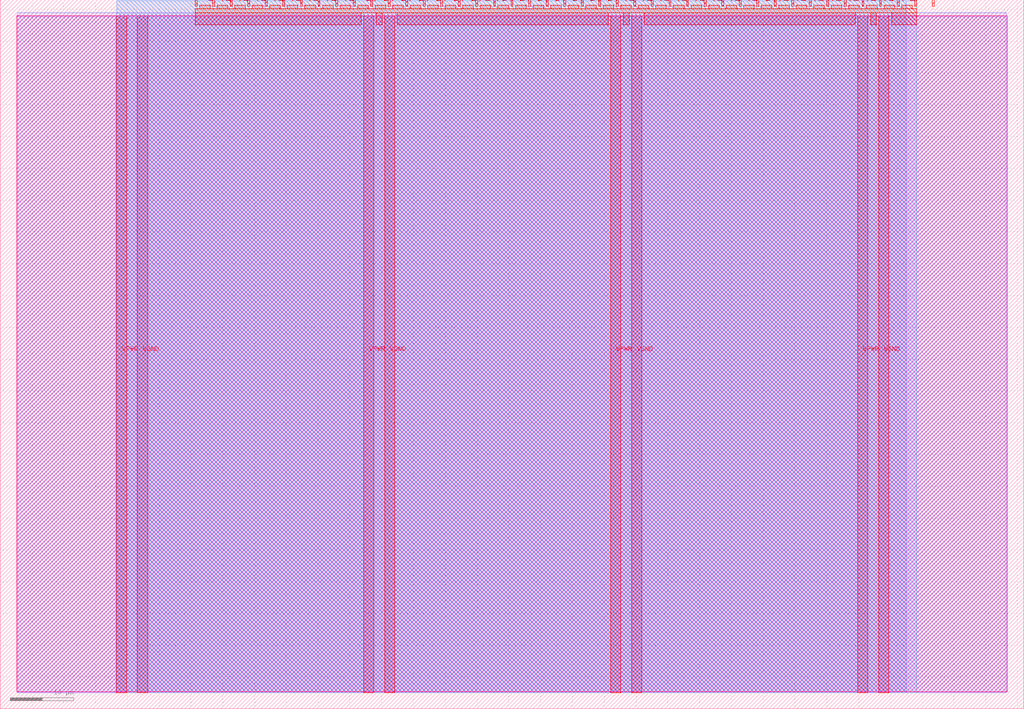
<source format=lef>
VERSION 5.7 ;
  NOWIREEXTENSIONATPIN ON ;
  DIVIDERCHAR "/" ;
  BUSBITCHARS "[]" ;
MACRO tt_um_wokwi_445256131623154689
  CLASS BLOCK ;
  FOREIGN tt_um_wokwi_445256131623154689 ;
  ORIGIN 0.000 0.000 ;
  SIZE 161.000 BY 111.520 ;
  PIN VGND
    DIRECTION INOUT ;
    USE GROUND ;
    PORT
      LAYER met4 ;
        RECT 21.580 2.480 23.180 109.040 ;
    END
    PORT
      LAYER met4 ;
        RECT 60.450 2.480 62.050 109.040 ;
    END
    PORT
      LAYER met4 ;
        RECT 99.320 2.480 100.920 109.040 ;
    END
    PORT
      LAYER met4 ;
        RECT 138.190 2.480 139.790 109.040 ;
    END
  END VGND
  PIN VPWR
    DIRECTION INOUT ;
    USE POWER ;
    PORT
      LAYER met4 ;
        RECT 18.280 2.480 19.880 109.040 ;
    END
    PORT
      LAYER met4 ;
        RECT 57.150 2.480 58.750 109.040 ;
    END
    PORT
      LAYER met4 ;
        RECT 96.020 2.480 97.620 109.040 ;
    END
    PORT
      LAYER met4 ;
        RECT 134.890 2.480 136.490 109.040 ;
    END
  END VPWR
  PIN clk
    DIRECTION INPUT ;
    USE SIGNAL ;
    ANTENNAGATEAREA 0.495000 ;
    PORT
      LAYER met4 ;
        RECT 143.830 110.520 144.130 111.520 ;
    END
  END clk
  PIN ena
    DIRECTION INPUT ;
    USE SIGNAL ;
    PORT
      LAYER met4 ;
        RECT 146.590 110.520 146.890 111.520 ;
    END
  END ena
  PIN rst_n
    DIRECTION INPUT ;
    USE SIGNAL ;
    ANTENNAGATEAREA 0.196500 ;
    PORT
      LAYER met4 ;
        RECT 141.070 110.520 141.370 111.520 ;
    END
  END rst_n
  PIN ui_in[0]
    DIRECTION INPUT ;
    USE SIGNAL ;
    ANTENNAGATEAREA 0.196500 ;
    PORT
      LAYER met4 ;
        RECT 138.310 110.520 138.610 111.520 ;
    END
  END ui_in[0]
  PIN ui_in[1]
    DIRECTION INPUT ;
    USE SIGNAL ;
    ANTENNAGATEAREA 0.196500 ;
    PORT
      LAYER met4 ;
        RECT 135.550 110.520 135.850 111.520 ;
    END
  END ui_in[1]
  PIN ui_in[2]
    DIRECTION INPUT ;
    USE SIGNAL ;
    ANTENNAGATEAREA 0.196500 ;
    PORT
      LAYER met4 ;
        RECT 132.790 110.520 133.090 111.520 ;
    END
  END ui_in[2]
  PIN ui_in[3]
    DIRECTION INPUT ;
    USE SIGNAL ;
    ANTENNAGATEAREA 0.196500 ;
    PORT
      LAYER met4 ;
        RECT 130.030 110.520 130.330 111.520 ;
    END
  END ui_in[3]
  PIN ui_in[4]
    DIRECTION INPUT ;
    USE SIGNAL ;
    ANTENNAGATEAREA 0.159000 ;
    PORT
      LAYER met4 ;
        RECT 127.270 110.520 127.570 111.520 ;
    END
  END ui_in[4]
  PIN ui_in[5]
    DIRECTION INPUT ;
    USE SIGNAL ;
    PORT
      LAYER met4 ;
        RECT 124.510 110.520 124.810 111.520 ;
    END
  END ui_in[5]
  PIN ui_in[6]
    DIRECTION INPUT ;
    USE SIGNAL ;
    ANTENNAGATEAREA 0.159000 ;
    PORT
      LAYER met4 ;
        RECT 121.750 110.520 122.050 111.520 ;
    END
  END ui_in[6]
  PIN ui_in[7]
    DIRECTION INPUT ;
    USE SIGNAL ;
    ANTENNAGATEAREA 0.159000 ;
    PORT
      LAYER met4 ;
        RECT 118.990 110.520 119.290 111.520 ;
    END
  END ui_in[7]
  PIN uio_in[0]
    DIRECTION INPUT ;
    USE SIGNAL ;
    PORT
      LAYER met4 ;
        RECT 116.230 110.520 116.530 111.520 ;
    END
  END uio_in[0]
  PIN uio_in[1]
    DIRECTION INPUT ;
    USE SIGNAL ;
    PORT
      LAYER met4 ;
        RECT 113.470 110.520 113.770 111.520 ;
    END
  END uio_in[1]
  PIN uio_in[2]
    DIRECTION INPUT ;
    USE SIGNAL ;
    PORT
      LAYER met4 ;
        RECT 110.710 110.520 111.010 111.520 ;
    END
  END uio_in[2]
  PIN uio_in[3]
    DIRECTION INPUT ;
    USE SIGNAL ;
    PORT
      LAYER met4 ;
        RECT 107.950 110.520 108.250 111.520 ;
    END
  END uio_in[3]
  PIN uio_in[4]
    DIRECTION INPUT ;
    USE SIGNAL ;
    PORT
      LAYER met4 ;
        RECT 105.190 110.520 105.490 111.520 ;
    END
  END uio_in[4]
  PIN uio_in[5]
    DIRECTION INPUT ;
    USE SIGNAL ;
    PORT
      LAYER met4 ;
        RECT 102.430 110.520 102.730 111.520 ;
    END
  END uio_in[5]
  PIN uio_in[6]
    DIRECTION INPUT ;
    USE SIGNAL ;
    PORT
      LAYER met4 ;
        RECT 99.670 110.520 99.970 111.520 ;
    END
  END uio_in[6]
  PIN uio_in[7]
    DIRECTION INPUT ;
    USE SIGNAL ;
    PORT
      LAYER met4 ;
        RECT 96.910 110.520 97.210 111.520 ;
    END
  END uio_in[7]
  PIN uio_oe[0]
    DIRECTION OUTPUT ;
    USE SIGNAL ;
    PORT
      LAYER met4 ;
        RECT 49.990 110.520 50.290 111.520 ;
    END
  END uio_oe[0]
  PIN uio_oe[1]
    DIRECTION OUTPUT ;
    USE SIGNAL ;
    PORT
      LAYER met4 ;
        RECT 47.230 110.520 47.530 111.520 ;
    END
  END uio_oe[1]
  PIN uio_oe[2]
    DIRECTION OUTPUT ;
    USE SIGNAL ;
    PORT
      LAYER met4 ;
        RECT 44.470 110.520 44.770 111.520 ;
    END
  END uio_oe[2]
  PIN uio_oe[3]
    DIRECTION OUTPUT ;
    USE SIGNAL ;
    PORT
      LAYER met4 ;
        RECT 41.710 110.520 42.010 111.520 ;
    END
  END uio_oe[3]
  PIN uio_oe[4]
    DIRECTION OUTPUT ;
    USE SIGNAL ;
    PORT
      LAYER met4 ;
        RECT 38.950 110.520 39.250 111.520 ;
    END
  END uio_oe[4]
  PIN uio_oe[5]
    DIRECTION OUTPUT ;
    USE SIGNAL ;
    PORT
      LAYER met4 ;
        RECT 36.190 110.520 36.490 111.520 ;
    END
  END uio_oe[5]
  PIN uio_oe[6]
    DIRECTION OUTPUT ;
    USE SIGNAL ;
    PORT
      LAYER met4 ;
        RECT 33.430 110.520 33.730 111.520 ;
    END
  END uio_oe[6]
  PIN uio_oe[7]
    DIRECTION OUTPUT ;
    USE SIGNAL ;
    PORT
      LAYER met4 ;
        RECT 30.670 110.520 30.970 111.520 ;
    END
  END uio_oe[7]
  PIN uio_out[0]
    DIRECTION OUTPUT ;
    USE SIGNAL ;
    PORT
      LAYER met4 ;
        RECT 72.070 110.520 72.370 111.520 ;
    END
  END uio_out[0]
  PIN uio_out[1]
    DIRECTION OUTPUT ;
    USE SIGNAL ;
    PORT
      LAYER met4 ;
        RECT 69.310 110.520 69.610 111.520 ;
    END
  END uio_out[1]
  PIN uio_out[2]
    DIRECTION OUTPUT ;
    USE SIGNAL ;
    PORT
      LAYER met4 ;
        RECT 66.550 110.520 66.850 111.520 ;
    END
  END uio_out[2]
  PIN uio_out[3]
    DIRECTION OUTPUT ;
    USE SIGNAL ;
    PORT
      LAYER met4 ;
        RECT 63.790 110.520 64.090 111.520 ;
    END
  END uio_out[3]
  PIN uio_out[4]
    DIRECTION OUTPUT ;
    USE SIGNAL ;
    PORT
      LAYER met4 ;
        RECT 61.030 110.520 61.330 111.520 ;
    END
  END uio_out[4]
  PIN uio_out[5]
    DIRECTION OUTPUT ;
    USE SIGNAL ;
    PORT
      LAYER met4 ;
        RECT 58.270 110.520 58.570 111.520 ;
    END
  END uio_out[5]
  PIN uio_out[6]
    DIRECTION OUTPUT ;
    USE SIGNAL ;
    PORT
      LAYER met4 ;
        RECT 55.510 110.520 55.810 111.520 ;
    END
  END uio_out[6]
  PIN uio_out[7]
    DIRECTION OUTPUT ;
    USE SIGNAL ;
    PORT
      LAYER met4 ;
        RECT 52.750 110.520 53.050 111.520 ;
    END
  END uio_out[7]
  PIN uo_out[0]
    DIRECTION OUTPUT ;
    USE SIGNAL ;
    ANTENNADIFFAREA 0.445500 ;
    PORT
      LAYER met4 ;
        RECT 94.150 110.520 94.450 111.520 ;
    END
  END uo_out[0]
  PIN uo_out[1]
    DIRECTION OUTPUT ;
    USE SIGNAL ;
    ANTENNADIFFAREA 0.445500 ;
    PORT
      LAYER met4 ;
        RECT 91.390 110.520 91.690 111.520 ;
    END
  END uo_out[1]
  PIN uo_out[2]
    DIRECTION OUTPUT ;
    USE SIGNAL ;
    ANTENNADIFFAREA 0.445500 ;
    PORT
      LAYER met4 ;
        RECT 88.630 110.520 88.930 111.520 ;
    END
  END uo_out[2]
  PIN uo_out[3]
    DIRECTION OUTPUT ;
    USE SIGNAL ;
    ANTENNADIFFAREA 0.445500 ;
    PORT
      LAYER met4 ;
        RECT 85.870 110.520 86.170 111.520 ;
    END
  END uo_out[3]
  PIN uo_out[4]
    DIRECTION OUTPUT ;
    USE SIGNAL ;
    ANTENNADIFFAREA 0.445500 ;
    PORT
      LAYER met4 ;
        RECT 83.110 110.520 83.410 111.520 ;
    END
  END uo_out[4]
  PIN uo_out[5]
    DIRECTION OUTPUT ;
    USE SIGNAL ;
    ANTENNADIFFAREA 0.445500 ;
    PORT
      LAYER met4 ;
        RECT 80.350 110.520 80.650 111.520 ;
    END
  END uo_out[5]
  PIN uo_out[6]
    DIRECTION OUTPUT ;
    USE SIGNAL ;
    ANTENNADIFFAREA 0.445500 ;
    PORT
      LAYER met4 ;
        RECT 77.590 110.520 77.890 111.520 ;
    END
  END uo_out[6]
  PIN uo_out[7]
    DIRECTION OUTPUT ;
    USE SIGNAL ;
    ANTENNADIFFAREA 0.445500 ;
    PORT
      LAYER met4 ;
        RECT 74.830 110.520 75.130 111.520 ;
    END
  END uo_out[7]
  OBS
      LAYER nwell ;
        RECT 2.570 2.635 158.430 108.990 ;
      LAYER li1 ;
        RECT 2.760 2.635 158.240 108.885 ;
      LAYER met1 ;
        RECT 2.760 2.480 158.240 109.440 ;
      LAYER met2 ;
        RECT 18.310 2.535 142.510 111.365 ;
      LAYER met3 ;
        RECT 18.290 2.555 144.170 111.345 ;
      LAYER met4 ;
        RECT 31.370 110.120 33.030 110.665 ;
        RECT 34.130 110.120 35.790 110.665 ;
        RECT 36.890 110.120 38.550 110.665 ;
        RECT 39.650 110.120 41.310 110.665 ;
        RECT 42.410 110.120 44.070 110.665 ;
        RECT 45.170 110.120 46.830 110.665 ;
        RECT 47.930 110.120 49.590 110.665 ;
        RECT 50.690 110.120 52.350 110.665 ;
        RECT 53.450 110.120 55.110 110.665 ;
        RECT 56.210 110.120 57.870 110.665 ;
        RECT 58.970 110.120 60.630 110.665 ;
        RECT 61.730 110.120 63.390 110.665 ;
        RECT 64.490 110.120 66.150 110.665 ;
        RECT 67.250 110.120 68.910 110.665 ;
        RECT 70.010 110.120 71.670 110.665 ;
        RECT 72.770 110.120 74.430 110.665 ;
        RECT 75.530 110.120 77.190 110.665 ;
        RECT 78.290 110.120 79.950 110.665 ;
        RECT 81.050 110.120 82.710 110.665 ;
        RECT 83.810 110.120 85.470 110.665 ;
        RECT 86.570 110.120 88.230 110.665 ;
        RECT 89.330 110.120 90.990 110.665 ;
        RECT 92.090 110.120 93.750 110.665 ;
        RECT 94.850 110.120 96.510 110.665 ;
        RECT 97.610 110.120 99.270 110.665 ;
        RECT 100.370 110.120 102.030 110.665 ;
        RECT 103.130 110.120 104.790 110.665 ;
        RECT 105.890 110.120 107.550 110.665 ;
        RECT 108.650 110.120 110.310 110.665 ;
        RECT 111.410 110.120 113.070 110.665 ;
        RECT 114.170 110.120 115.830 110.665 ;
        RECT 116.930 110.120 118.590 110.665 ;
        RECT 119.690 110.120 121.350 110.665 ;
        RECT 122.450 110.120 124.110 110.665 ;
        RECT 125.210 110.120 126.870 110.665 ;
        RECT 127.970 110.120 129.630 110.665 ;
        RECT 130.730 110.120 132.390 110.665 ;
        RECT 133.490 110.120 135.150 110.665 ;
        RECT 136.250 110.120 137.910 110.665 ;
        RECT 139.010 110.120 140.670 110.665 ;
        RECT 141.770 110.120 143.430 110.665 ;
        RECT 30.655 109.440 144.145 110.120 ;
        RECT 30.655 107.615 56.750 109.440 ;
        RECT 59.150 107.615 60.050 109.440 ;
        RECT 62.450 107.615 95.620 109.440 ;
        RECT 98.020 107.615 98.920 109.440 ;
        RECT 101.320 107.615 134.490 109.440 ;
        RECT 136.890 107.615 137.790 109.440 ;
        RECT 140.190 107.615 144.145 109.440 ;
  END
END tt_um_wokwi_445256131623154689
END LIBRARY


</source>
